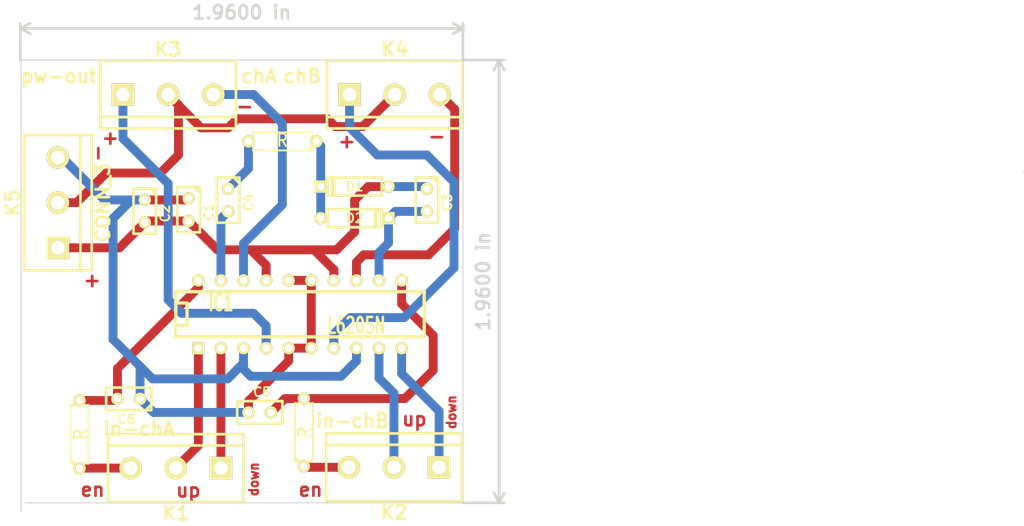
<source format=kicad_pcb>
(kicad_pcb (version 3) (host pcbnew "(2013-07-07 BZR 4022)-stable")

  (general
    (links 38)
    (no_connects 0)
    (area 20.271567 26.106001 140.3121 86.38896)
    (thickness 1.6)
    (drawings 20)
    (tracks 124)
    (zones 0)
    (modules 17)
    (nets 20)
  )

  (page A4)
  (layers
    (15 Dessus.Cu signal)
    (0 Dessous.Cu signal)
    (16 Dessous.Adhes user)
    (17 Dessus.Adhes user)
    (18 Dessous.Pate user)
    (19 Dessus.Pate user)
    (20 Dessous.SilkS user)
    (21 Dessus.SilkS user)
    (22 Dessous.Masque user)
    (23 Dessus.Masque user)
    (24 Dessin.User user)
    (25 Cmts.User user)
    (26 Eco1.User user)
    (27 Eco2.User user)
    (28 Contours.Ci user)
  )

  (setup
    (last_trace_width 1)
    (trace_clearance 1)
    (zone_clearance 0.508)
    (zone_45_only no)
    (trace_min 0.254)
    (segment_width 0.2)
    (edge_width 0.1)
    (via_size 2)
    (via_drill 1)
    (via_min_size 0.889)
    (via_min_drill 0.508)
    (uvia_size 0.508)
    (uvia_drill 0.127)
    (uvias_allowed no)
    (uvia_min_size 0.508)
    (uvia_min_drill 0.127)
    (pcb_text_width 0.3)
    (pcb_text_size 1.5 1.5)
    (mod_edge_width 0.15)
    (mod_text_size 1 1)
    (mod_text_width 0.15)
    (pad_size 1.5 1.5)
    (pad_drill 0.6)
    (pad_to_mask_clearance 0)
    (aux_axis_origin 26.1112 187.3504)
    (visible_elements 7FFFFFFF)
    (pcbplotparams
      (layerselection 251691009)
      (usegerberextensions false)
      (excludeedgelayer false)
      (linewidth 0.150000)
      (plotframeref false)
      (viasonmask false)
      (mode 1)
      (useauxorigin false)
      (hpglpennumber 1)
      (hpglpenspeed 20)
      (hpglpendiameter 15)
      (hpglpenoverlay 2)
      (psnegative false)
      (psa4output false)
      (plotreference true)
      (plotvalue true)
      (plotothertext true)
      (plotinvisibletext false)
      (padsonsilk true)
      (subtractmaskfromsilk false)
      (outputformat 5)
      (mirror true)
      (drillshape 0)
      (scaleselection 1)
      (outputdirectory ""))
  )

  (net 0 "")
  (net 1 GND)
  (net 2 GNDPWR)
  (net 3 N-000001)
  (net 4 N-0000010)
  (net 5 N-0000011)
  (net 6 N-0000012)
  (net 7 N-0000013)
  (net 8 N-0000014)
  (net 9 N-0000016)
  (net 10 N-0000017)
  (net 11 N-000002)
  (net 12 N-000003)
  (net 13 N-000004)
  (net 14 N-000005)
  (net 15 N-000006)
  (net 16 N-000007)
  (net 17 N-000008)
  (net 18 N-000009)
  (net 19 VSS)

  (net_class Default "Ceci est la Netclass par défaut"
    (clearance 1)
    (trace_width 1)
    (via_dia 2)
    (via_drill 1)
    (uvia_dia 0.508)
    (uvia_drill 0.127)
    (add_net "")
    (add_net GND)
    (add_net GNDPWR)
    (add_net N-000001)
    (add_net N-0000010)
    (add_net N-0000011)
    (add_net N-0000012)
    (add_net N-0000013)
    (add_net N-0000014)
    (add_net N-0000016)
    (add_net N-0000017)
    (add_net N-000002)
    (add_net N-000003)
    (add_net N-000004)
    (add_net N-000005)
    (add_net N-000006)
    (add_net N-000007)
    (add_net N-000008)
    (add_net N-000009)
    (add_net VSS)
  )

  (net_class puissance ""
    (clearance 2)
    (trace_width 2)
    (via_dia 4)
    (via_drill 1.5)
    (uvia_dia 0.508)
    (uvia_drill 0.127)
  )

  (module R3   placed (layer Dessus.Cu) (tedit 4E4C0E65) (tstamp 52B205FF)
    (at 59.30646 74.38898 90)
    (descr "Resitance 3 pas")
    (tags R)
    (path /526FCCC6)
    (autoplace_cost180 10)
    (fp_text reference R3 (at 0 0.127 90) (layer Dessus.SilkS) hide
      (effects (font (size 1.397 1.27) (thickness 0.2032)))
    )
    (fp_text value R (at 0 0.127 90) (layer Dessus.SilkS)
      (effects (font (size 1.397 1.27) (thickness 0.2032)))
    )
    (fp_line (start -3.81 0) (end -3.302 0) (layer Dessus.SilkS) (width 0.2032))
    (fp_line (start 3.81 0) (end 3.302 0) (layer Dessus.SilkS) (width 0.2032))
    (fp_line (start 3.302 0) (end 3.302 -1.016) (layer Dessus.SilkS) (width 0.2032))
    (fp_line (start 3.302 -1.016) (end -3.302 -1.016) (layer Dessus.SilkS) (width 0.2032))
    (fp_line (start -3.302 -1.016) (end -3.302 1.016) (layer Dessus.SilkS) (width 0.2032))
    (fp_line (start -3.302 1.016) (end 3.302 1.016) (layer Dessus.SilkS) (width 0.2032))
    (fp_line (start 3.302 1.016) (end 3.302 0) (layer Dessus.SilkS) (width 0.2032))
    (fp_line (start -3.302 -0.508) (end -2.794 -1.016) (layer Dessus.SilkS) (width 0.2032))
    (pad 1 thru_hole circle (at -3.81 0 90) (size 1.397 1.397) (drill 0.8128)
      (layers *.Cu *.Mask Dessus.SilkS)
      (net 4 N-0000010)
    )
    (pad 2 thru_hole circle (at 3.81 0 90) (size 1.397 1.397) (drill 0.8128)
      (layers *.Cu *.Mask Dessus.SilkS)
      (net 10 N-0000017)
    )
    (model discret/resistor.wrl
      (at (xyz 0 0 0))
      (scale (xyz 0.3 0.3 0.3))
      (rotate (xyz 0 0 0))
    )
  )

  (module R3   placed (layer Dessus.Cu) (tedit 52B4AFA1) (tstamp 52B4AFCF)
    (at 34.0868 74.5998 90)
    (descr "Resitance 3 pas")
    (tags R)
    (path /526FCCB3)
    (autoplace_cost180 10)
    (fp_text reference R2 (at 0 0.127 180) (layer Dessus.SilkS) hide
      (effects (font (size 1.397 1.27) (thickness 0.2032)))
    )
    (fp_text value R (at 0 0.127 90) (layer Dessus.SilkS)
      (effects (font (size 1.397 1.27) (thickness 0.2032)))
    )
    (fp_line (start -3.81 0) (end -3.302 0) (layer Dessus.SilkS) (width 0.2032))
    (fp_line (start 3.81 0) (end 3.302 0) (layer Dessus.SilkS) (width 0.2032))
    (fp_line (start 3.302 0) (end 3.302 -1.016) (layer Dessus.SilkS) (width 0.2032))
    (fp_line (start 3.302 -1.016) (end -3.302 -1.016) (layer Dessus.SilkS) (width 0.2032))
    (fp_line (start -3.302 -1.016) (end -3.302 1.016) (layer Dessus.SilkS) (width 0.2032))
    (fp_line (start -3.302 1.016) (end 3.302 1.016) (layer Dessus.SilkS) (width 0.2032))
    (fp_line (start 3.302 1.016) (end 3.302 0) (layer Dessus.SilkS) (width 0.2032))
    (fp_line (start -3.302 -0.508) (end -2.794 -1.016) (layer Dessus.SilkS) (width 0.2032))
    (pad 1 thru_hole circle (at -3.81 0 90) (size 1.397 1.397) (drill 0.8128)
      (layers *.Cu *.Mask Dessus.SilkS)
      (net 5 N-0000011)
    )
    (pad 2 thru_hole circle (at 3.81 0 90) (size 1.397 1.397) (drill 0.8128)
      (layers *.Cu *.Mask Dessus.SilkS)
      (net 3 N-000001)
    )
    (model discret/resistor.wrl
      (at (xyz 0 0 0))
      (scale (xyz 0.3 0.3 0.3))
      (rotate (xyz 0 0 0))
    )
  )

  (module R3   placed (layer Dessus.Cu) (tedit 4E4C0E65) (tstamp 52B204AD)
    (at 56.896 41.656 180)
    (descr "Resitance 3 pas")
    (tags R)
    (path /526F85E3)
    (autoplace_cost180 10)
    (fp_text reference R1 (at 0 0.127 180) (layer Dessus.SilkS) hide
      (effects (font (size 1.397 1.27) (thickness 0.2032)))
    )
    (fp_text value R (at 0 0.127 180) (layer Dessus.SilkS)
      (effects (font (size 1.397 1.27) (thickness 0.2032)))
    )
    (fp_line (start -3.81 0) (end -3.302 0) (layer Dessus.SilkS) (width 0.2032))
    (fp_line (start 3.81 0) (end 3.302 0) (layer Dessus.SilkS) (width 0.2032))
    (fp_line (start 3.302 0) (end 3.302 -1.016) (layer Dessus.SilkS) (width 0.2032))
    (fp_line (start 3.302 -1.016) (end -3.302 -1.016) (layer Dessus.SilkS) (width 0.2032))
    (fp_line (start -3.302 -1.016) (end -3.302 1.016) (layer Dessus.SilkS) (width 0.2032))
    (fp_line (start -3.302 1.016) (end 3.302 1.016) (layer Dessus.SilkS) (width 0.2032))
    (fp_line (start 3.302 1.016) (end 3.302 0) (layer Dessus.SilkS) (width 0.2032))
    (fp_line (start -3.302 -0.508) (end -2.794 -1.016) (layer Dessus.SilkS) (width 0.2032))
    (pad 1 thru_hole circle (at -3.81 0 180) (size 1.397 1.397) (drill 0.8128)
      (layers *.Cu *.Mask Dessus.SilkS)
      (net 14 N-000005)
    )
    (pad 2 thru_hole circle (at 3.81 0 180) (size 1.397 1.397) (drill 0.8128)
      (layers *.Cu *.Mask Dessus.SilkS)
      (net 11 N-000002)
    )
    (model discret/resistor.wrl
      (at (xyz 0 0 0))
      (scale (xyz 0.3 0.3 0.3))
      (rotate (xyz 0 0 0))
    )
  )

  (module DIP-20__300 (layer Dessus.Cu) (tedit 200000) (tstamp 52B204CC)
    (at 58.87974 61.09716)
    (descr "20 pins DIL package, round pads")
    (tags DIL)
    (path /526FBBFD)
    (fp_text reference IC1 (at -8.89 -1.27) (layer Dessus.SilkS)
      (effects (font (size 1.778 1.143) (thickness 0.3048)))
    )
    (fp_text value L6205N (at 6.35 1.27) (layer Dessus.SilkS)
      (effects (font (size 1.778 1.143) (thickness 0.3048)))
    )
    (fp_line (start -13.97 -1.27) (end -12.7 -1.27) (layer Dessus.SilkS) (width 0.381))
    (fp_line (start -12.7 -1.27) (end -12.7 1.27) (layer Dessus.SilkS) (width 0.381))
    (fp_line (start -12.7 1.27) (end -13.97 1.27) (layer Dessus.SilkS) (width 0.381))
    (fp_line (start -13.97 -2.54) (end 13.97 -2.54) (layer Dessus.SilkS) (width 0.381))
    (fp_line (start 13.97 -2.54) (end 13.97 2.54) (layer Dessus.SilkS) (width 0.381))
    (fp_line (start 13.97 2.54) (end -13.97 2.54) (layer Dessus.SilkS) (width 0.381))
    (fp_line (start -13.97 2.54) (end -13.97 -2.54) (layer Dessus.SilkS) (width 0.381))
    (pad 1 thru_hole rect (at -11.43 3.81) (size 1.397 1.397) (drill 0.8128)
      (layers *.Cu *.Mask Dessus.SilkS)
      (net 16 N-000007)
    )
    (pad 2 thru_hole circle (at -8.89 3.81) (size 1.397 1.397) (drill 0.8128)
      (layers *.Cu *.Mask Dessus.SilkS)
      (net 6 N-0000012)
    )
    (pad 3 thru_hole circle (at -6.35 3.81) (size 1.397 1.397) (drill 0.8128)
      (layers *.Cu *.Mask Dessus.SilkS)
      (net 1 GND)
    )
    (pad 4 thru_hole circle (at -3.81 3.81) (size 1.397 1.397) (drill 0.8128)
      (layers *.Cu *.Mask Dessus.SilkS)
      (net 13 N-000004)
    )
    (pad 5 thru_hole circle (at -1.27 3.81) (size 1.397 1.397) (drill 0.8128)
      (layers *.Cu *.Mask Dessus.SilkS)
      (net 1 GND)
    )
    (pad 6 thru_hole circle (at 1.27 3.81) (size 1.397 1.397) (drill 0.8128)
      (layers *.Cu *.Mask Dessus.SilkS)
      (net 1 GND)
    )
    (pad 7 thru_hole circle (at 3.81 3.81) (size 1.397 1.397) (drill 0.8128)
      (layers *.Cu *.Mask Dessus.SilkS)
      (net 12 N-000003)
    )
    (pad 8 thru_hole circle (at 6.35 3.81) (size 1.397 1.397) (drill 0.8128)
      (layers *.Cu *.Mask Dessus.SilkS)
      (net 1 GND)
    )
    (pad 9 thru_hole circle (at 8.89 3.81) (size 1.397 1.397) (drill 0.8128)
      (layers *.Cu *.Mask Dessus.SilkS)
      (net 17 N-000008)
    )
    (pad 10 thru_hole circle (at 11.43 3.81) (size 1.397 1.397) (drill 0.8128)
      (layers *.Cu *.Mask Dessus.SilkS)
      (net 18 N-000009)
    )
    (pad 11 thru_hole circle (at 11.43 -3.81) (size 1.397 1.397) (drill 0.8128)
      (layers *.Cu *.Mask Dessus.SilkS)
      (net 10 N-0000017)
    )
    (pad 12 thru_hole circle (at 8.89 -3.81) (size 1.397 1.397) (drill 0.8128)
      (layers *.Cu *.Mask Dessus.SilkS)
      (net 7 N-0000013)
    )
    (pad 13 thru_hole circle (at 6.35 -3.81) (size 1.397 1.397) (drill 0.8128)
      (layers *.Cu *.Mask Dessus.SilkS)
      (net 9 N-0000016)
    )
    (pad 14 thru_hole circle (at 3.81 -3.81) (size 1.397 1.397) (drill 0.8128)
      (layers *.Cu *.Mask Dessus.SilkS)
      (net 19 VSS)
    )
    (pad 15 thru_hole circle (at 1.27 -3.81) (size 1.397 1.397) (drill 0.8128)
      (layers *.Cu *.Mask Dessus.SilkS)
      (net 1 GND)
    )
    (pad 16 thru_hole circle (at -1.27 -3.81) (size 1.397 1.397) (drill 0.8128)
      (layers *.Cu *.Mask Dessus.SilkS)
      (net 1 GND)
    )
    (pad 17 thru_hole circle (at -3.81 -3.81) (size 1.397 1.397) (drill 0.8128)
      (layers *.Cu *.Mask Dessus.SilkS)
      (net 19 VSS)
    )
    (pad 18 thru_hole circle (at -6.35 -3.81) (size 1.397 1.397) (drill 0.8128)
      (layers *.Cu *.Mask Dessus.SilkS)
      (net 8 N-0000014)
    )
    (pad 19 thru_hole circle (at -8.89 -3.81) (size 1.397 1.397) (drill 0.8128)
      (layers *.Cu *.Mask Dessus.SilkS)
      (net 15 N-000006)
    )
    (pad 20 thru_hole circle (at -11.43 -3.81) (size 1.397 1.397) (drill 0.8128)
      (layers *.Cu *.Mask Dessus.SilkS)
      (net 3 N-000001)
    )
    (model dil/dil_20.wrl
      (at (xyz 0 0 0))
      (scale (xyz 1 1 1))
      (rotate (xyz 0 0 0))
    )
  )

  (module D3   placed (layer Dessus.Cu) (tedit 52B5A7BA) (tstamp 52B4AECE)
    (at 65.024 46.736 180)
    (descr "Diode 3 pas")
    (tags "DIODE DEV")
    (path /526FCB2E)
    (fp_text reference D1 (at 0 0 180) (layer Dessus.SilkS)
      (effects (font (size 1.016 1.016) (thickness 0.2032)))
    )
    (fp_text value DIODE (at -0.508 0 180) (layer Dessus.SilkS) hide
      (effects (font (size 1.016 1.016) (thickness 0.2032)))
    )
    (fp_line (start 3.81 0) (end 3.048 0) (layer Dessus.SilkS) (width 0.3048))
    (fp_line (start 3.048 0) (end 3.048 -1.016) (layer Dessus.SilkS) (width 0.3048))
    (fp_line (start 3.048 -1.016) (end -3.048 -1.016) (layer Dessus.SilkS) (width 0.3048))
    (fp_line (start -3.048 -1.016) (end -3.048 0) (layer Dessus.SilkS) (width 0.3048))
    (fp_line (start -3.048 0) (end -3.81 0) (layer Dessus.SilkS) (width 0.3048))
    (fp_line (start -3.048 0) (end -3.048 1.016) (layer Dessus.SilkS) (width 0.3048))
    (fp_line (start -3.048 1.016) (end 3.048 1.016) (layer Dessus.SilkS) (width 0.3048))
    (fp_line (start 3.048 1.016) (end 3.048 0) (layer Dessus.SilkS) (width 0.3048))
    (fp_line (start 2.54 -1.016) (end 2.54 1.016) (layer Dessus.SilkS) (width 0.3048))
    (fp_line (start 2.286 1.016) (end 2.286 -1.016) (layer Dessus.SilkS) (width 0.3048))
    (pad 2 thru_hole rect (at 3.81 0 180) (size 1.397 1.397) (drill 0.8128)
      (layers *.Cu *.Mask Dessus.SilkS)
      (net 14 N-000005)
    )
    (pad 1 thru_hole circle (at -3.81 0 180) (size 1.397 1.397) (drill 0.8128)
      (layers *.Cu *.Mask Dessus.SilkS)
      (net 19 VSS)
    )
    (model discret/diode.wrl
      (at (xyz 0 0 0))
      (scale (xyz 0.3 0.3 0.3))
      (rotate (xyz 0 0 0))
    )
  )

  (module D3   placed (layer Dessus.Cu) (tedit 200000) (tstamp 52B204EC)
    (at 65.024 50.292)
    (descr "Diode 3 pas")
    (tags "DIODE DEV")
    (path /526FC833)
    (fp_text reference D2 (at 0 0) (layer Dessus.SilkS)
      (effects (font (size 1.016 1.016) (thickness 0.2032)))
    )
    (fp_text value DIODE (at 0 0) (layer Dessus.SilkS) hide
      (effects (font (size 1.016 1.016) (thickness 0.2032)))
    )
    (fp_line (start 3.81 0) (end 3.048 0) (layer Dessus.SilkS) (width 0.3048))
    (fp_line (start 3.048 0) (end 3.048 -1.016) (layer Dessus.SilkS) (width 0.3048))
    (fp_line (start 3.048 -1.016) (end -3.048 -1.016) (layer Dessus.SilkS) (width 0.3048))
    (fp_line (start -3.048 -1.016) (end -3.048 0) (layer Dessus.SilkS) (width 0.3048))
    (fp_line (start -3.048 0) (end -3.81 0) (layer Dessus.SilkS) (width 0.3048))
    (fp_line (start -3.048 0) (end -3.048 1.016) (layer Dessus.SilkS) (width 0.3048))
    (fp_line (start -3.048 1.016) (end 3.048 1.016) (layer Dessus.SilkS) (width 0.3048))
    (fp_line (start 3.048 1.016) (end 3.048 0) (layer Dessus.SilkS) (width 0.3048))
    (fp_line (start 2.54 -1.016) (end 2.54 1.016) (layer Dessus.SilkS) (width 0.3048))
    (fp_line (start 2.286 1.016) (end 2.286 -1.016) (layer Dessus.SilkS) (width 0.3048))
    (pad 2 thru_hole rect (at 3.81 0) (size 1.397 1.397) (drill 0.8128)
      (layers *.Cu *.Mask Dessus.SilkS)
      (net 7 N-0000013)
    )
    (pad 1 thru_hole circle (at -3.81 0) (size 1.397 1.397) (drill 0.8128)
      (layers *.Cu *.Mask Dessus.SilkS)
      (net 14 N-000005)
    )
    (model discret/diode.wrl
      (at (xyz 0 0 0))
      (scale (xyz 0.3 0.3 0.3))
      (rotate (xyz 0 0 0))
    )
  )

  (module C1   placed (layer Dessus.Cu) (tedit 3F92C496) (tstamp 52B204F7)
    (at 39.624 70.612 180)
    (descr "Condensateur e = 1 pas")
    (tags C)
    (path /526FC8E8)
    (fp_text reference C6 (at 0.254 -2.286 180) (layer Dessus.SilkS)
      (effects (font (size 1.016 1.016) (thickness 0.2032)))
    )
    (fp_text value C (at 0 -2.286 180) (layer Dessus.SilkS) hide
      (effects (font (size 1.016 1.016) (thickness 0.2032)))
    )
    (fp_line (start -2.4892 -1.27) (end 2.54 -1.27) (layer Dessus.SilkS) (width 0.3048))
    (fp_line (start 2.54 -1.27) (end 2.54 1.27) (layer Dessus.SilkS) (width 0.3048))
    (fp_line (start 2.54 1.27) (end -2.54 1.27) (layer Dessus.SilkS) (width 0.3048))
    (fp_line (start -2.54 1.27) (end -2.54 -1.27) (layer Dessus.SilkS) (width 0.3048))
    (fp_line (start -2.54 -0.635) (end -1.905 -1.27) (layer Dessus.SilkS) (width 0.3048))
    (pad 1 thru_hole circle (at -1.27 0 180) (size 1.397 1.397) (drill 0.8128)
      (layers *.Cu *.Mask Dessus.SilkS)
      (net 1 GND)
    )
    (pad 2 thru_hole circle (at 1.27 0 180) (size 1.397 1.397) (drill 0.8128)
      (layers *.Cu *.Mask Dessus.SilkS)
      (net 3 N-000001)
    )
    (model discret/capa_1_pas.wrl
      (at (xyz 0 0 0))
      (scale (xyz 1 1 1))
      (rotate (xyz 0 0 0))
    )
  )

  (module C1   placed (layer Dessus.Cu) (tedit 3F92C496) (tstamp 52B20502)
    (at 54.356 72.136)
    (descr "Condensateur e = 1 pas")
    (tags C)
    (path /526FC8E4)
    (fp_text reference C5 (at 0.254 -2.286) (layer Dessus.SilkS)
      (effects (font (size 1.016 1.016) (thickness 0.2032)))
    )
    (fp_text value C (at 0 -2.286) (layer Dessus.SilkS) hide
      (effects (font (size 1.016 1.016) (thickness 0.2032)))
    )
    (fp_line (start -2.4892 -1.27) (end 2.54 -1.27) (layer Dessus.SilkS) (width 0.3048))
    (fp_line (start 2.54 -1.27) (end 2.54 1.27) (layer Dessus.SilkS) (width 0.3048))
    (fp_line (start 2.54 1.27) (end -2.54 1.27) (layer Dessus.SilkS) (width 0.3048))
    (fp_line (start -2.54 1.27) (end -2.54 -1.27) (layer Dessus.SilkS) (width 0.3048))
    (fp_line (start -2.54 -0.635) (end -1.905 -1.27) (layer Dessus.SilkS) (width 0.3048))
    (pad 1 thru_hole circle (at -1.27 0) (size 1.397 1.397) (drill 0.8128)
      (layers *.Cu *.Mask Dessus.SilkS)
      (net 1 GND)
    )
    (pad 2 thru_hole circle (at 1.27 0) (size 1.397 1.397) (drill 0.8128)
      (layers *.Cu *.Mask Dessus.SilkS)
      (net 10 N-0000017)
    )
    (model discret/capa_1_pas.wrl
      (at (xyz 0 0 0))
      (scale (xyz 1 1 1))
      (rotate (xyz 0 0 0))
    )
  )

  (module C1   placed (layer Dessus.Cu) (tedit 3F92C496) (tstamp 52B2050D)
    (at 50.8 48.26 270)
    (descr "Condensateur e = 1 pas")
    (tags C)
    (path /526FC8DC)
    (fp_text reference C4 (at 0.254 -2.286 270) (layer Dessus.SilkS)
      (effects (font (size 1.016 1.016) (thickness 0.2032)))
    )
    (fp_text value C (at 0 -2.286 270) (layer Dessus.SilkS) hide
      (effects (font (size 1.016 1.016) (thickness 0.2032)))
    )
    (fp_line (start -2.4892 -1.27) (end 2.54 -1.27) (layer Dessus.SilkS) (width 0.3048))
    (fp_line (start 2.54 -1.27) (end 2.54 1.27) (layer Dessus.SilkS) (width 0.3048))
    (fp_line (start 2.54 1.27) (end -2.54 1.27) (layer Dessus.SilkS) (width 0.3048))
    (fp_line (start -2.54 1.27) (end -2.54 -1.27) (layer Dessus.SilkS) (width 0.3048))
    (fp_line (start -2.54 -0.635) (end -1.905 -1.27) (layer Dessus.SilkS) (width 0.3048))
    (pad 1 thru_hole circle (at -1.27 0 270) (size 1.397 1.397) (drill 0.8128)
      (layers *.Cu *.Mask Dessus.SilkS)
      (net 11 N-000002)
    )
    (pad 2 thru_hole circle (at 1.27 0 270) (size 1.397 1.397) (drill 0.8128)
      (layers *.Cu *.Mask Dessus.SilkS)
      (net 15 N-000006)
    )
    (model discret/capa_1_pas.wrl
      (at (xyz 0 0 0))
      (scale (xyz 1 1 1))
      (rotate (xyz 0 0 0))
    )
  )

  (module C1   placed (layer Dessus.Cu) (tedit 3F92C496) (tstamp 52B20518)
    (at 73.152 48.26 270)
    (descr "Condensateur e = 1 pas")
    (tags C)
    (path /526FC8D8)
    (fp_text reference C3 (at 0.254 -2.286 270) (layer Dessus.SilkS)
      (effects (font (size 1.016 1.016) (thickness 0.2032)))
    )
    (fp_text value C (at 0 -2.286 270) (layer Dessus.SilkS) hide
      (effects (font (size 1.016 1.016) (thickness 0.2032)))
    )
    (fp_line (start -2.4892 -1.27) (end 2.54 -1.27) (layer Dessus.SilkS) (width 0.3048))
    (fp_line (start 2.54 -1.27) (end 2.54 1.27) (layer Dessus.SilkS) (width 0.3048))
    (fp_line (start 2.54 1.27) (end -2.54 1.27) (layer Dessus.SilkS) (width 0.3048))
    (fp_line (start -2.54 1.27) (end -2.54 -1.27) (layer Dessus.SilkS) (width 0.3048))
    (fp_line (start -2.54 -0.635) (end -1.905 -1.27) (layer Dessus.SilkS) (width 0.3048))
    (pad 1 thru_hole circle (at -1.27 0 270) (size 1.397 1.397) (drill 0.8128)
      (layers *.Cu *.Mask Dessus.SilkS)
      (net 19 VSS)
    )
    (pad 2 thru_hole circle (at 1.27 0 270) (size 1.397 1.397) (drill 0.8128)
      (layers *.Cu *.Mask Dessus.SilkS)
      (net 7 N-0000013)
    )
    (model discret/capa_1_pas.wrl
      (at (xyz 0 0 0))
      (scale (xyz 1 1 1))
      (rotate (xyz 0 0 0))
    )
  )

  (module C1   placed (layer Dessus.Cu) (tedit 3F92C496) (tstamp 52B5C944)
    (at 41.4274 49.5046 270)
    (descr "Condensateur e = 1 pas")
    (tags C)
    (path /526FC8C8)
    (fp_text reference C2 (at 0.254 -2.286 270) (layer Dessus.SilkS)
      (effects (font (size 1.016 1.016) (thickness 0.2032)))
    )
    (fp_text value C (at 0 -2.286 270) (layer Dessus.SilkS) hide
      (effects (font (size 1.016 1.016) (thickness 0.2032)))
    )
    (fp_line (start -2.4892 -1.27) (end 2.54 -1.27) (layer Dessus.SilkS) (width 0.3048))
    (fp_line (start 2.54 -1.27) (end 2.54 1.27) (layer Dessus.SilkS) (width 0.3048))
    (fp_line (start 2.54 1.27) (end -2.54 1.27) (layer Dessus.SilkS) (width 0.3048))
    (fp_line (start -2.54 1.27) (end -2.54 -1.27) (layer Dessus.SilkS) (width 0.3048))
    (fp_line (start -2.54 -0.635) (end -1.905 -1.27) (layer Dessus.SilkS) (width 0.3048))
    (pad 1 thru_hole circle (at -1.27 0 270) (size 1.397 1.397) (drill 0.8128)
      (layers *.Cu *.Mask Dessus.SilkS)
      (net 1 GND)
    )
    (pad 2 thru_hole circle (at 1.27 0 270) (size 1.397 1.397) (drill 0.8128)
      (layers *.Cu *.Mask Dessus.SilkS)
      (net 19 VSS)
    )
    (model discret/capa_1_pas.wrl
      (at (xyz 0 0 0))
      (scale (xyz 1 1 1))
      (rotate (xyz 0 0 0))
    )
  )

  (module C1   placed (layer Dessus.Cu) (tedit 3F92C496) (tstamp 52B2052E)
    (at 46.355 49.3395 270)
    (descr "Condensateur e = 1 pas")
    (tags C)
    (path /526F862D)
    (fp_text reference C1 (at 0.254 -2.286 270) (layer Dessus.SilkS)
      (effects (font (size 1.016 1.016) (thickness 0.2032)))
    )
    (fp_text value C (at 0 -2.286 270) (layer Dessus.SilkS) hide
      (effects (font (size 1.016 1.016) (thickness 0.2032)))
    )
    (fp_line (start -2.4892 -1.27) (end 2.54 -1.27) (layer Dessus.SilkS) (width 0.3048))
    (fp_line (start 2.54 -1.27) (end 2.54 1.27) (layer Dessus.SilkS) (width 0.3048))
    (fp_line (start 2.54 1.27) (end -2.54 1.27) (layer Dessus.SilkS) (width 0.3048))
    (fp_line (start -2.54 1.27) (end -2.54 -1.27) (layer Dessus.SilkS) (width 0.3048))
    (fp_line (start -2.54 -0.635) (end -1.905 -1.27) (layer Dessus.SilkS) (width 0.3048))
    (pad 1 thru_hole circle (at -1.27 0 270) (size 1.397 1.397) (drill 0.8128)
      (layers *.Cu *.Mask Dessus.SilkS)
      (net 1 GND)
    )
    (pad 2 thru_hole circle (at 1.27 0 270) (size 1.397 1.397) (drill 0.8128)
      (layers *.Cu *.Mask Dessus.SilkS)
      (net 19 VSS)
    )
    (model discret/capa_1_pas.wrl
      (at (xyz 0 0 0))
      (scale (xyz 1 1 1))
      (rotate (xyz 0 0 0))
    )
  )

  (module bornier3 (layer Dessus.Cu) (tedit 52B5EB83) (tstamp 52B2053A)
    (at 44.9072 78.39456 180)
    (descr "Bornier d'alimentation 3 pins")
    (tags DEV)
    (path /52B19526)
    (fp_text reference K1 (at 0 -5.08 180) (layer Dessus.SilkS)
      (effects (font (size 1.524 1.524) (thickness 0.3048)))
    )
    (fp_text value in-chA (at 4.1402 4.42976 180) (layer Dessus.SilkS)
      (effects (font (size 1.524 1.524) (thickness 0.3048)))
    )
    (fp_line (start -7.62 3.81) (end -7.62 -3.81) (layer Dessus.SilkS) (width 0.3048))
    (fp_line (start 7.62 3.81) (end 7.62 -3.81) (layer Dessus.SilkS) (width 0.3048))
    (fp_line (start -7.62 2.54) (end 7.62 2.54) (layer Dessus.SilkS) (width 0.3048))
    (fp_line (start -7.62 -3.81) (end 7.62 -3.81) (layer Dessus.SilkS) (width 0.3048))
    (fp_line (start -7.62 3.81) (end 7.62 3.81) (layer Dessus.SilkS) (width 0.3048))
    (pad 1 thru_hole rect (at -5.08 0 180) (size 2.54 2.54) (drill 1.524)
      (layers *.Cu *.Mask Dessus.SilkS)
      (net 6 N-0000012)
    )
    (pad 2 thru_hole circle (at 0 0 180) (size 2.54 2.54) (drill 1.524)
      (layers *.Cu *.Mask Dessus.SilkS)
      (net 16 N-000007)
    )
    (pad 3 thru_hole circle (at 5.08 0 180) (size 2.54 2.54) (drill 1.524)
      (layers *.Cu *.Mask Dessus.SilkS)
      (net 5 N-0000011)
    )
    (model device/bornier_3.wrl
      (at (xyz 0 0 0))
      (scale (xyz 1 1 1))
      (rotate (xyz 0 0 0))
    )
  )

  (module bornier3 (layer Dessus.Cu) (tedit 52B5EB3F) (tstamp 52B20546)
    (at 44.05376 36.3855)
    (descr "Bornier d'alimentation 3 pins")
    (tags DEV)
    (path /526FDC70)
    (fp_text reference K3 (at 0 -5.08) (layer Dessus.SilkS)
      (effects (font (size 1.524 1.524) (thickness 0.3048)))
    )
    (fp_text value "pw-out              chA" (at -2.15646 -2.0701) (layer Dessus.SilkS)
      (effects (font (size 1.524 1.524) (thickness 0.3048)))
    )
    (fp_line (start -7.62 3.81) (end -7.62 -3.81) (layer Dessus.SilkS) (width 0.3048))
    (fp_line (start 7.62 3.81) (end 7.62 -3.81) (layer Dessus.SilkS) (width 0.3048))
    (fp_line (start -7.62 2.54) (end 7.62 2.54) (layer Dessus.SilkS) (width 0.3048))
    (fp_line (start -7.62 -3.81) (end 7.62 -3.81) (layer Dessus.SilkS) (width 0.3048))
    (fp_line (start -7.62 3.81) (end 7.62 3.81) (layer Dessus.SilkS) (width 0.3048))
    (pad 1 thru_hole rect (at -5.08 0) (size 2.54 2.54) (drill 1.524)
      (layers *.Cu *.Mask Dessus.SilkS)
      (net 13 N-000004)
    )
    (pad 2 thru_hole circle (at 0 0) (size 2.54 2.54) (drill 1.524)
      (layers *.Cu *.Mask Dessus.SilkS)
      (net 2 GNDPWR)
    )
    (pad 3 thru_hole circle (at 5.08 0) (size 2.54 2.54) (drill 1.524)
      (layers *.Cu *.Mask Dessus.SilkS)
      (net 8 N-0000014)
    )
    (model device/bornier_3.wrl
      (at (xyz 0 0 0))
      (scale (xyz 1 1 1))
      (rotate (xyz 0 0 0))
    )
  )

  (module bornier3 (layer Dessus.Cu) (tedit 52B5EB7C) (tstamp 52B20552)
    (at 69.44614 78.3082 180)
    (descr "Bornier d'alimentation 3 pins")
    (tags DEV)
    (path /52B19520)
    (fp_text reference K2 (at 0 -5.08 180) (layer Dessus.SilkS)
      (effects (font (size 1.524 1.524) (thickness 0.3048)))
    )
    (fp_text value in-chB (at 4.67614 5.2324 180) (layer Dessus.SilkS)
      (effects (font (size 1.524 1.524) (thickness 0.3048)))
    )
    (fp_line (start -7.62 3.81) (end -7.62 -3.81) (layer Dessus.SilkS) (width 0.3048))
    (fp_line (start 7.62 3.81) (end 7.62 -3.81) (layer Dessus.SilkS) (width 0.3048))
    (fp_line (start -7.62 2.54) (end 7.62 2.54) (layer Dessus.SilkS) (width 0.3048))
    (fp_line (start -7.62 -3.81) (end 7.62 -3.81) (layer Dessus.SilkS) (width 0.3048))
    (fp_line (start -7.62 3.81) (end 7.62 3.81) (layer Dessus.SilkS) (width 0.3048))
    (pad 1 thru_hole rect (at -5.08 0 180) (size 2.54 2.54) (drill 1.524)
      (layers *.Cu *.Mask Dessus.SilkS)
      (net 18 N-000009)
    )
    (pad 2 thru_hole circle (at 0 0 180) (size 2.54 2.54) (drill 1.524)
      (layers *.Cu *.Mask Dessus.SilkS)
      (net 17 N-000008)
    )
    (pad 3 thru_hole circle (at 5.08 0 180) (size 2.54 2.54) (drill 1.524)
      (layers *.Cu *.Mask Dessus.SilkS)
      (net 4 N-0000010)
    )
    (model device/bornier_3.wrl
      (at (xyz 0 0 0))
      (scale (xyz 1 1 1))
      (rotate (xyz 0 0 0))
    )
  )

  (module bornier3 (layer Dessus.Cu) (tedit 3EC0ECFA) (tstamp 52B2055E)
    (at 31.6484 48.5394 90)
    (descr "Bornier d'alimentation 3 pins")
    (tags DEV)
    (path /527102DD)
    (fp_text reference K5 (at 0 -5.08 90) (layer Dessus.SilkS)
      (effects (font (size 1.524 1.524) (thickness 0.3048)))
    )
    (fp_text value CONN_3 (at 0 5.08 90) (layer Dessus.SilkS)
      (effects (font (size 1.524 1.524) (thickness 0.3048)))
    )
    (fp_line (start -7.62 3.81) (end -7.62 -3.81) (layer Dessus.SilkS) (width 0.3048))
    (fp_line (start 7.62 3.81) (end 7.62 -3.81) (layer Dessus.SilkS) (width 0.3048))
    (fp_line (start -7.62 2.54) (end 7.62 2.54) (layer Dessus.SilkS) (width 0.3048))
    (fp_line (start -7.62 -3.81) (end 7.62 -3.81) (layer Dessus.SilkS) (width 0.3048))
    (fp_line (start -7.62 3.81) (end 7.62 3.81) (layer Dessus.SilkS) (width 0.3048))
    (pad 1 thru_hole rect (at -5.08 0 90) (size 2.54 2.54) (drill 1.524)
      (layers *.Cu *.Mask Dessus.SilkS)
      (net 19 VSS)
    )
    (pad 2 thru_hole circle (at 0 0 90) (size 2.54 2.54) (drill 1.524)
      (layers *.Cu *.Mask Dessus.SilkS)
      (net 2 GNDPWR)
    )
    (pad 3 thru_hole circle (at 5.08 0 90) (size 2.54 2.54) (drill 1.524)
      (layers *.Cu *.Mask Dessus.SilkS)
      (net 1 GND)
    )
    (model device/bornier_3.wrl
      (at (xyz 0 0 0))
      (scale (xyz 1 1 1))
      (rotate (xyz 0 0 0))
    )
  )

  (module bornier3 (layer Dessus.Cu) (tedit 52B5EB51) (tstamp 52B2056A)
    (at 69.5325 36.3855)
    (descr "Bornier d'alimentation 3 pins")
    (tags DEV)
    (path /526FDC5E)
    (fp_text reference K4 (at 0 -5.08) (layer Dessus.SilkS)
      (effects (font (size 1.524 1.524) (thickness 0.3048)))
    )
    (fp_text value chB (at -10.3886 -2.0701) (layer Dessus.SilkS)
      (effects (font (size 1.524 1.524) (thickness 0.3048)))
    )
    (fp_line (start -7.62 3.81) (end -7.62 -3.81) (layer Dessus.SilkS) (width 0.3048))
    (fp_line (start 7.62 3.81) (end 7.62 -3.81) (layer Dessus.SilkS) (width 0.3048))
    (fp_line (start -7.62 2.54) (end 7.62 2.54) (layer Dessus.SilkS) (width 0.3048))
    (fp_line (start -7.62 -3.81) (end 7.62 -3.81) (layer Dessus.SilkS) (width 0.3048))
    (fp_line (start -7.62 3.81) (end 7.62 3.81) (layer Dessus.SilkS) (width 0.3048))
    (pad 1 thru_hole rect (at -5.08 0) (size 2.54 2.54) (drill 1.524)
      (layers *.Cu *.Mask Dessus.SilkS)
      (net 12 N-000003)
    )
    (pad 2 thru_hole circle (at 0 0) (size 2.54 2.54) (drill 1.524)
      (layers *.Cu *.Mask Dessus.SilkS)
      (net 2 GNDPWR)
    )
    (pad 3 thru_hole circle (at 5.08 0) (size 2.54 2.54) (drill 1.524)
      (layers *.Cu *.Mask Dessus.SilkS)
      (net 9 N-0000016)
    )
    (model device/bornier_3.wrl
      (at (xyz 0 0 0))
      (scale (xyz 1 1 1))
      (rotate (xyz 0 0 0))
    )
  )

  (gr_text down (at 53.6956 79.6544 90) (layer Dessus.Cu)
    (effects (font (size 1 1) (thickness 0.25)))
  )
  (gr_text down (at 75.9206 72.0979 90) (layer Dessus.Cu)
    (effects (font (size 1 1) (thickness 0.25)))
  )
  (gr_text up (at 71.7423 72.898) (layer Dessus.Cu)
    (effects (font (size 1.5 1.5) (thickness 0.3)))
  )
  (gr_text - (at 74.2696 41.0718) (layer Dessus.Cu)
    (effects (font (size 1.5 1.5) (thickness 0.3)))
  )
  (gr_text - (at 52.6669 37.6936) (layer Dessus.Cu)
    (effects (font (size 1.5 1.5) (thickness 0.3)))
  )
  (gr_text + (at 35.5092 57.2516) (layer Dessus.Cu)
    (effects (font (size 1.5 1.5) (thickness 0.3)))
  )
  (gr_text + (at 64.1477 41.6306) (layer Dessus.Cu)
    (effects (font (size 1.5 1.5) (thickness 0.3)))
  )
  (gr_text + (at 37.5539 41.2369) (layer Dessus.Cu)
    (effects (font (size 1.5 1.5) (thickness 0.3)))
  )
  (gr_text up (at 46.3169 80.899) (layer Dessus.Cu)
    (effects (font (size 1.5 1.5) (thickness 0.3)))
  )
  (gr_text en (at 60.071 80.8228) (layer Dessus.Cu)
    (effects (font (size 1.5 1.5) (thickness 0.3)))
  )
  (gr_text en (at 35.56 80.8228) (layer Dessus.Cu)
    (effects (font (size 1.5 1.5) (thickness 0.3)))
  )
  (gr_text - (at 36.0934 42.9768 90) (layer Dessus.Cu)
    (effects (font (size 1.5 1.5) (thickness 0.3)))
  )
  (dimension 49.784 (width 0.3) (layer Contours.Ci)
    (gr_text "49,784 mm" (at 52.324 27.606001) (layer Contours.Ci)
      (effects (font (size 1.5 1.5) (thickness 0.3)))
    )
    (feature1 (pts (xy 27.432 32.512) (xy 27.432 26.256001)))
    (feature2 (pts (xy 77.216 32.512) (xy 77.216 26.256001)))
    (crossbar (pts (xy 77.216 28.956001) (xy 27.432 28.956001)))
    (arrow1a (pts (xy 27.432 28.956001) (xy 28.558503 28.369581)))
    (arrow1b (pts (xy 27.432 28.956001) (xy 28.558503 29.542421)))
    (arrow2a (pts (xy 77.216 28.956001) (xy 76.089497 28.369581)))
    (arrow2b (pts (xy 77.216 28.956001) (xy 76.089497 29.542421)))
  )
  (dimension 49.784 (width 0.3) (layer Contours.Ci)
    (gr_text "49,784 mm" (at 82.629999 57.404 270) (layer Contours.Ci)
      (effects (font (size 1.5 1.5) (thickness 0.3)))
    )
    (feature1 (pts (xy 77.216 82.296) (xy 83.979999 82.296)))
    (feature2 (pts (xy 77.216 32.512) (xy 83.979999 32.512)))
    (crossbar (pts (xy 81.279999 32.512) (xy 81.279999 82.296)))
    (arrow1a (pts (xy 81.279999 82.296) (xy 80.693579 81.169497)))
    (arrow1b (pts (xy 81.279999 82.296) (xy 81.866419 81.169497)))
    (arrow2a (pts (xy 81.279999 32.512) (xy 80.693579 33.638503)))
    (arrow2b (pts (xy 81.279999 32.512) (xy 81.866419 33.638503)))
  )
  (gr_line (start 77.216 32.512) (end 77.216 82.296) (angle 90) (layer Contours.Ci) (width 0.1))
  (gr_line (start 27.94 82.296) (end 78.232 82.296) (angle 90) (layer Contours.Ci) (width 0.1))
  (gr_line (start 27.432 32.512) (end 78.232 32.512) (angle 90) (layer Contours.Ci) (width 0.1))
  (gr_line (start 27.5209 31.0896) (end 27.5209 34.9504) (angle 90) (layer Contours.Ci) (width 0.1))
  (gr_line (start 27.5209 34.3408) (end 27.5209 83.312) (angle 90) (layer Contours.Ci) (width 0.1))
  (target plus (at 140.3096 45.0088) (size 0.005) (width 0.1) (layer Contours.Ci))

  (segment (start 40.894 70.612) (end 40.894 66.9544) (width 1) (layer Dessous.Cu) (net 1) (status 400000))
  (segment (start 40.894 66.9544) (end 40.8686 66.929) (width 1) (layer Dessous.Cu) (net 1) (tstamp 52B5CF01))
  (segment (start 41.4274 48.2346) (end 39.9415 48.2346) (width 1) (layer Dessous.Cu) (net 1))
  (segment (start 37.8587 63.9191) (end 40.8686 66.929) (width 1) (layer Dessous.Cu) (net 1) (tstamp 52B5CB7E))
  (segment (start 37.8587 50.3174) (end 37.8587 63.9191) (width 1) (layer Dessous.Cu) (net 1) (tstamp 52B5CB78))
  (segment (start 39.9415 48.2346) (end 37.8587 50.3174) (width 1) (layer Dessous.Cu) (net 1) (tstamp 52B5CB75))
  (segment (start 40.8686 66.929) (end 42.3037 68.3641) (width 1) (layer Dessous.Cu) (net 1) (tstamp 52B5CF08))
  (segment (start 42.3037 68.3641) (end 50.7492 68.3641) (width 1) (layer Dessous.Cu) (net 1) (tstamp 52B5CB87))
  (segment (start 50.7492 68.3641) (end 52.52974 66.58356) (width 1) (layer Dessous.Cu) (net 1) (tstamp 52B5CB8B))
  (segment (start 52.52974 64.90716) (end 52.52974 66.58356) (width 1) (layer Dessous.Cu) (net 1))
  (segment (start 52.52974 66.58356) (end 52.52974 67.26174) (width 1) (layer Dessous.Cu) (net 1) (tstamp 52B5CB90))
  (segment (start 52.52974 67.26174) (end 53.34 68.072) (width 1) (layer Dessous.Cu) (net 1) (tstamp 52B5A9E1))
  (segment (start 53.34 68.072) (end 63.5 68.072) (width 1) (layer Dessous.Cu) (net 1) (tstamp 52B5A9E3))
  (segment (start 63.5 68.072) (end 65.22974 66.34226) (width 1) (layer Dessous.Cu) (net 1) (tstamp 52B5A9EF))
  (segment (start 65.22974 66.34226) (end 65.22974 64.90716) (width 1) (layer Dessous.Cu) (net 1) (tstamp 52B5A9F3))
  (segment (start 31.6484 43.4594) (end 32.1183 43.4594) (width 1) (layer Dessous.Cu) (net 1))
  (segment (start 36.8935 48.2346) (end 41.4274 48.2346) (width 1) (layer Dessous.Cu) (net 1) (tstamp 52B5CB51))
  (segment (start 32.1183 43.4594) (end 36.8935 48.2346) (width 1) (layer Dessous.Cu) (net 1) (tstamp 52B5CB3D))
  (segment (start 41.4274 48.2346) (end 46.1899 48.2346) (width 1) (layer Dessus.Cu) (net 1))
  (segment (start 46.1899 48.2346) (end 46.355 48.0695) (width 1) (layer Dessus.Cu) (net 1) (tstamp 52B5CA85))
  (segment (start 53.086 72.136) (end 42.418 72.136) (width 1) (layer Dessous.Cu) (net 1))
  (segment (start 42.418 72.136) (end 40.894 70.612) (width 1) (layer Dessous.Cu) (net 1) (tstamp 52B5AA94))
  (segment (start 57.60974 64.90716) (end 57.60974 66.34226) (width 1) (layer Dessus.Cu) (net 1))
  (segment (start 53.086 70.866) (end 53.086 72.136) (width 1) (layer Dessus.Cu) (net 1) (tstamp 52B5A9C8))
  (segment (start 57.60974 66.34226) (end 53.086 70.866) (width 1) (layer Dessus.Cu) (net 1) (tstamp 52B5A9C7))
  (segment (start 60.14974 57.28716) (end 57.60974 57.28716) (width 1) (layer Dessus.Cu) (net 1))
  (segment (start 60.14974 64.90716) (end 60.14974 57.28716) (width 1) (layer Dessus.Cu) (net 1))
  (segment (start 57.60974 64.90716) (end 60.14974 64.90716) (width 1) (layer Dessus.Cu) (net 1))
  (segment (start 44.05376 36.3855) (end 44.05376 36.43376) (width 1) (layer Dessus.Cu) (net 2))
  (segment (start 65.930215 39.987785) (end 69.5325 36.3855) (width 1) (layer Dessus.Cu) (net 2) (tstamp 52B5C7FB))
  (segment (start 62.847785 39.987785) (end 65.930215 39.987785) (width 1) (layer Dessus.Cu) (net 2) (tstamp 52B5C7F9))
  (segment (start 61.976 39.116) (end 62.847785 39.987785) (width 1) (layer Dessus.Cu) (net 2) (tstamp 52B5C7F4))
  (segment (start 51.816 39.116) (end 61.976 39.116) (width 1) (layer Dessus.Cu) (net 2) (tstamp 52B5C7F0))
  (segment (start 50.8 40.132) (end 51.816 39.116) (width 1) (layer Dessus.Cu) (net 2) (tstamp 52B5C7ED))
  (segment (start 47.752 40.132) (end 50.8 40.132) (width 1) (layer Dessus.Cu) (net 2) (tstamp 52B5C7CF))
  (segment (start 44.05376 36.43376) (end 47.752 40.132) (width 1) (layer Dessus.Cu) (net 2) (tstamp 52B5C7C4))
  (segment (start 31.6484 48.5394) (end 33.7566 48.5394) (width 1) (layer Dessus.Cu) (net 2))
  (segment (start 45.212 37.54374) (end 44.05376 36.3855) (width 1) (layer Dessus.Cu) (net 2) (tstamp 52B5C6A9))
  (segment (start 45.212 43.18) (end 45.212 37.54374) (width 1) (layer Dessus.Cu) (net 2) (tstamp 52B5C6A6))
  (segment (start 43.18 45.212) (end 45.212 43.18) (width 1) (layer Dessus.Cu) (net 2) (tstamp 52B5C6A2))
  (segment (start 37.084 45.212) (end 43.18 45.212) (width 1) (layer Dessus.Cu) (net 2) (tstamp 52B5C69D))
  (segment (start 33.7566 48.5394) (end 37.084 45.212) (width 1) (layer Dessus.Cu) (net 2) (tstamp 52B5C699))
  (segment (start 47.44974 57.28716) (end 47.44974 58.09996) (width 1) (layer Dessus.Cu) (net 3) (status 400000))
  (segment (start 38.354 67.1957) (end 38.354 70.612) (width 1) (layer Dessus.Cu) (net 3) (tstamp 52B5EA3F) (status 800000))
  (segment (start 47.44974 58.09996) (end 38.354 67.1957) (width 1) (layer Dessus.Cu) (net 3) (tstamp 52B5EA2A))
  (segment (start 34.0868 70.7898) (end 38.1762 70.7898) (width 1) (layer Dessus.Cu) (net 3))
  (segment (start 38.1762 70.7898) (end 38.354 70.612) (width 1) (layer Dessus.Cu) (net 3) (tstamp 52B5AAB1))
  (segment (start 64.36614 78.3082) (end 59.41568 78.3082) (width 1) (layer Dessus.Cu) (net 4))
  (segment (start 59.41568 78.3082) (end 59.30646 78.19898) (width 1) (layer Dessus.Cu) (net 4) (tstamp 52B58CF2))
  (segment (start 39.8272 78.39456) (end 34.10204 78.39456) (width 1) (layer Dessus.Cu) (net 5))
  (segment (start 34.10204 78.39456) (end 34.0868 78.4098) (width 1) (layer Dessus.Cu) (net 5) (tstamp 52B58E63))
  (segment (start 49.98974 64.90716) (end 49.98974 78.39202) (width 1) (layer Dessus.Cu) (net 6))
  (segment (start 49.98974 78.39202) (end 49.9872 78.39456) (width 1) (layer Dessus.Cu) (net 6) (tstamp 52B5AAA9))
  (segment (start 68.834 50.292) (end 68.834 53.086) (width 1) (layer Dessous.Cu) (net 7))
  (segment (start 67.76974 54.15026) (end 67.76974 57.28716) (width 1) (layer Dessous.Cu) (net 7) (tstamp 52B5A8F3))
  (segment (start 68.834 53.086) (end 67.76974 54.15026) (width 1) (layer Dessous.Cu) (net 7) (tstamp 52B5A8F2))
  (segment (start 73.152 49.53) (end 69.596 49.53) (width 1) (layer Dessous.Cu) (net 7))
  (segment (start 69.596 49.53) (end 68.834 50.292) (width 1) (layer Dessous.Cu) (net 7) (tstamp 52B5A8EF))
  (segment (start 52.52974 57.28716) (end 52.52974 53.13426) (width 1) (layer Dessous.Cu) (net 8))
  (segment (start 53.6575 36.3855) (end 49.13376 36.3855) (width 1) (layer Dessous.Cu) (net 8) (tstamp 52B5A726))
  (segment (start 56.896 39.624) (end 53.6575 36.3855) (width 1) (layer Dessous.Cu) (net 8) (tstamp 52B5A723))
  (segment (start 56.896 48.768) (end 56.896 39.624) (width 1) (layer Dessous.Cu) (net 8) (tstamp 52B5A71E))
  (segment (start 52.52974 53.13426) (end 56.896 48.768) (width 1) (layer Dessous.Cu) (net 8) (tstamp 52B5A717))
  (segment (start 65.22974 57.28716) (end 65.22974 55.22976) (width 1) (layer Dessus.Cu) (net 9))
  (segment (start 76.2762 38.0492) (end 74.6125 36.3855) (width 1) (layer Dessus.Cu) (net 9) (tstamp 52B5CD10))
  (segment (start 76.2762 51.4731) (end 76.2762 38.0492) (width 1) (layer Dessus.Cu) (net 9) (tstamp 52B5CD0B))
  (segment (start 73.3425 54.4068) (end 76.2762 51.4731) (width 1) (layer Dessus.Cu) (net 9) (tstamp 52B5CD08))
  (segment (start 66.0527 54.4068) (end 73.3425 54.4068) (width 1) (layer Dessus.Cu) (net 9) (tstamp 52B5CD06))
  (segment (start 65.22974 55.22976) (end 66.0527 54.4068) (width 1) (layer Dessus.Cu) (net 9) (tstamp 52B5CD03))
  (segment (start 59.30646 70.57898) (end 57.18302 70.57898) (width 1) (layer Dessus.Cu) (net 10) (status 400000))
  (segment (start 57.18302 70.57898) (end 55.626 72.136) (width 1) (layer Dessus.Cu) (net 10) (tstamp 52B5EA67) (status 800000))
  (segment (start 70.30974 57.28716) (end 70.30974 59.92114) (width 1) (layer Dessus.Cu) (net 10) (status 400000))
  (segment (start 70.67042 70.57898) (end 59.30646 70.57898) (width 1) (layer Dessus.Cu) (net 10) (tstamp 52B5EA5A) (status 800000))
  (segment (start 73.8632 67.3862) (end 70.67042 70.57898) (width 1) (layer Dessus.Cu) (net 10) (tstamp 52B5EA55))
  (segment (start 73.8632 63.4746) (end 73.8632 67.3862) (width 1) (layer Dessus.Cu) (net 10) (tstamp 52B5EA53))
  (segment (start 70.30974 59.92114) (end 73.8632 63.4746) (width 1) (layer Dessus.Cu) (net 10) (tstamp 52B5EA51))
  (segment (start 53.086 41.656) (end 53.086 44.704) (width 1) (layer Dessous.Cu) (net 11))
  (segment (start 53.086 44.704) (end 50.8 46.99) (width 1) (layer Dessous.Cu) (net 11) (tstamp 52B5A8FA))
  (segment (start 62.68974 64.90716) (end 62.68974 63.29426) (width 1) (layer Dessous.Cu) (net 12))
  (segment (start 64.4525 40.0685) (end 64.4525 36.3855) (width 1) (layer Dessous.Cu) (net 12) (tstamp 52B5A6D0))
  (segment (start 67.564 43.18) (end 64.4525 40.0685) (width 1) (layer Dessous.Cu) (net 12) (tstamp 52B5A6CE))
  (segment (start 73.152 43.18) (end 67.564 43.18) (width 1) (layer Dessous.Cu) (net 12) (tstamp 52B5A6C6))
  (segment (start 76.2 46.228) (end 73.152 43.18) (width 1) (layer Dessous.Cu) (net 12) (tstamp 52B5A6C4))
  (segment (start 76.2 55.88) (end 76.2 46.228) (width 1) (layer Dessous.Cu) (net 12) (tstamp 52B5A6C0))
  (segment (start 70.612 61.468) (end 76.2 55.88) (width 1) (layer Dessous.Cu) (net 12) (tstamp 52B5A6B8))
  (segment (start 64.516 61.468) (end 70.612 61.468) (width 1) (layer Dessous.Cu) (net 12) (tstamp 52B5A6AB))
  (segment (start 62.68974 63.29426) (end 64.516 61.468) (width 1) (layer Dessous.Cu) (net 12) (tstamp 52B5A6A8))
  (segment (start 55.06974 64.90716) (end 55.06974 62.39764) (width 1) (layer Dessous.Cu) (net 13))
  (segment (start 38.97376 41.32326) (end 38.97376 36.3855) (width 1) (layer Dessous.Cu) (net 13) (tstamp 52B5CA7E))
  (segment (start 44.0563 46.4058) (end 38.97376 41.32326) (width 1) (layer Dessous.Cu) (net 13) (tstamp 52B5CA79))
  (segment (start 44.0563 59.4741) (end 44.0563 46.4058) (width 1) (layer Dessous.Cu) (net 13) (tstamp 52B5CA6E))
  (segment (start 45.5676 60.9854) (end 44.0563 59.4741) (width 1) (layer Dessous.Cu) (net 13) (tstamp 52B5CA68))
  (segment (start 53.6575 60.9854) (end 45.5676 60.9854) (width 1) (layer Dessous.Cu) (net 13) (tstamp 52B5CA65))
  (segment (start 55.06974 62.39764) (end 53.6575 60.9854) (width 1) (layer Dessous.Cu) (net 13) (tstamp 52B5CA60))
  (segment (start 61.214 46.736) (end 61.214 42.164) (width 1) (layer Dessous.Cu) (net 14) (status 400000))
  (segment (start 61.214 42.164) (end 60.706 41.656) (width 1) (layer Dessous.Cu) (net 14) (tstamp 52B5E9FF) (status 800000))
  (segment (start 61.214 50.292) (end 61.214 46.736) (width 1) (layer Dessous.Cu) (net 14))
  (segment (start 49.98974 57.28716) (end 49.98974 50.34026) (width 1) (layer Dessous.Cu) (net 15))
  (segment (start 49.98974 50.34026) (end 50.8 49.53) (width 1) (layer Dessous.Cu) (net 15) (tstamp 52B5A8FD))
  (segment (start 47.44974 64.90716) (end 47.44974 75.85202) (width 1) (layer Dessus.Cu) (net 16))
  (segment (start 47.44974 75.85202) (end 44.9072 78.39456) (width 1) (layer Dessus.Cu) (net 16) (tstamp 52B5AAAD))
  (segment (start 67.76974 64.90716) (end 67.76974 68.27774) (width 1) (layer Dessous.Cu) (net 17))
  (segment (start 69.44614 69.95414) (end 69.44614 78.3082) (width 1) (layer Dessous.Cu) (net 17) (tstamp 52B5AD30))
  (segment (start 67.76974 68.27774) (end 69.44614 69.95414) (width 1) (layer Dessous.Cu) (net 17) (tstamp 52B5AD2A))
  (segment (start 70.30974 64.90716) (end 70.30974 67.76974) (width 1) (layer Dessous.Cu) (net 18))
  (segment (start 74.52614 71.98614) (end 74.52614 78.3082) (width 1) (layer Dessous.Cu) (net 18) (tstamp 52B5AD39))
  (segment (start 70.30974 67.76974) (end 74.52614 71.98614) (width 1) (layer Dessous.Cu) (net 18) (tstamp 52B5AD33))
  (segment (start 46.355 50.6095) (end 41.5925 50.6095) (width 1) (layer Dessus.Cu) (net 19))
  (segment (start 41.5925 50.6095) (end 38.5826 53.6194) (width 1) (layer Dessus.Cu) (net 19) (tstamp 52B5CBBE))
  (segment (start 38.5826 53.6194) (end 31.6484 53.6194) (width 1) (layer Dessus.Cu) (net 19) (tstamp 52B5CBC0))
  (segment (start 60.452 53.848) (end 62.992 53.848) (width 1) (layer Dessus.Cu) (net 19))
  (segment (start 66.548 46.736) (end 68.834 46.736) (width 1) (layer Dessus.Cu) (net 19) (tstamp 52B5A955))
  (segment (start 65.024 48.26) (end 66.548 46.736) (width 1) (layer Dessus.Cu) (net 19) (tstamp 52B5A950))
  (segment (start 65.024 51.816) (end 65.024 48.26) (width 1) (layer Dessus.Cu) (net 19) (tstamp 52B5A94F))
  (segment (start 62.992 53.848) (end 65.024 51.816) (width 1) (layer Dessus.Cu) (net 19) (tstamp 52B5A946))
  (segment (start 62.68974 57.28716) (end 62.68974 56.08574) (width 1) (layer Dessus.Cu) (net 19))
  (segment (start 60.452 53.848) (end 53.34 53.848) (width 1) (layer Dessus.Cu) (net 19) (tstamp 52B5A918))
  (segment (start 62.68974 56.08574) (end 60.452 53.848) (width 1) (layer Dessus.Cu) (net 19) (tstamp 52B5A914))
  (segment (start 68.834 46.736) (end 72.898 46.736) (width 1) (layer Dessous.Cu) (net 19))
  (segment (start 72.898 46.736) (end 73.152 46.99) (width 1) (layer Dessous.Cu) (net 19) (tstamp 52B5A8EC))
  (segment (start 55.06974 57.28716) (end 55.06974 55.57774) (width 1) (layer Dessus.Cu) (net 19))
  (segment (start 49.5935 53.848) (end 46.355 50.6095) (width 1) (layer Dessus.Cu) (net 19) (tstamp 52B5A86D))
  (segment (start 53.34 53.848) (end 49.5935 53.848) (width 1) (layer Dessus.Cu) (net 19) (tstamp 52B5A86B))
  (segment (start 55.06974 55.57774) (end 53.34 53.848) (width 1) (layer Dessus.Cu) (net 19) (tstamp 52B5A866))

)

</source>
